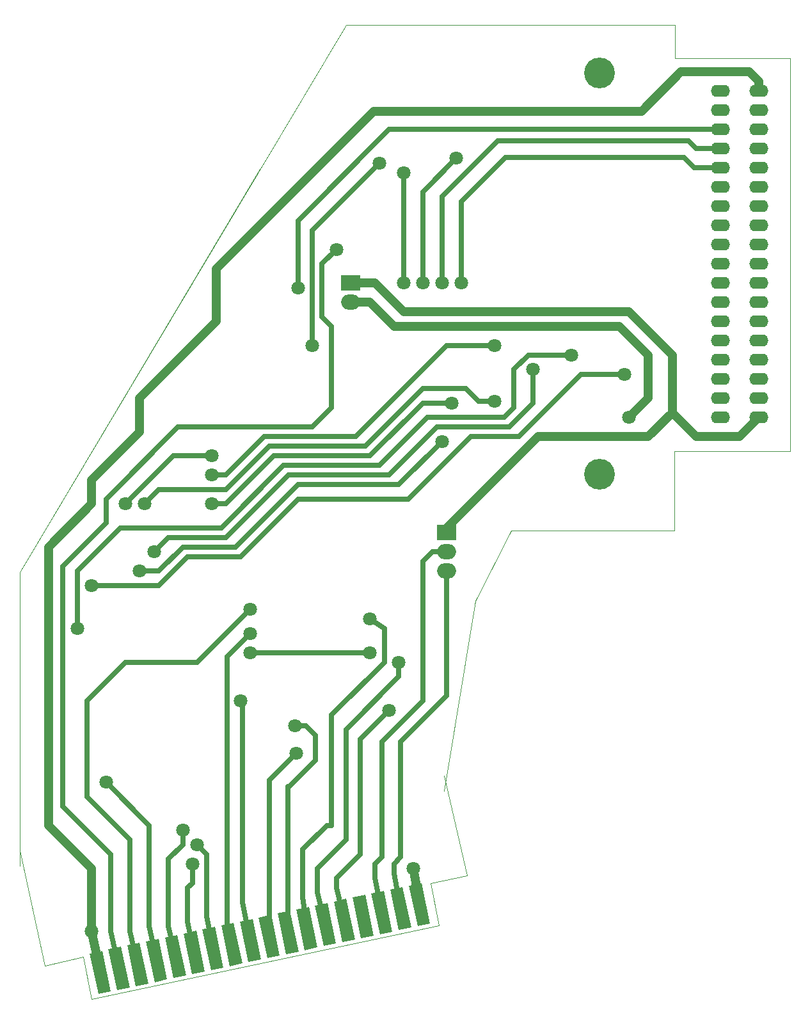
<source format=gtl>
G04 (created by PCBNEW (2013-07-07 BZR 4022)-stable) date 03/07/2022 17:26:58*
%MOIN*%
G04 Gerber Fmt 3.4, Leading zero omitted, Abs format*
%FSLAX34Y34*%
G01*
G70*
G90*
G04 APERTURE LIST*
%ADD10C,0.00590551*%
%ADD11C,0.00393701*%
%ADD12O,0.1X0.0629921*%
%ADD13R,0.0984252X0.0787402*%
%ADD14O,0.0984252X0.0787402*%
%ADD15C,0.16*%
%ADD16C,0.0708661*%
%ADD17C,0.0275591*%
%ADD18C,0.0472441*%
G04 APERTURE END LIST*
G54D10*
G54D11*
X-11500Y0D02*
X-17150Y0D01*
X-2950Y-26350D02*
X-8550Y-26350D01*
X6000Y-1750D02*
X0Y-1750D01*
X6000Y-1750D02*
X6000Y-22200D01*
X0Y0D02*
X-12000Y0D01*
X0Y-1750D02*
X0Y0D01*
X-8550Y-26350D02*
X-10400Y-30000D01*
X-50Y-26350D02*
X-3450Y-26350D01*
X-50Y-22200D02*
X-50Y-26350D01*
X5950Y-22200D02*
X-50Y-22200D01*
X-12750Y-44700D02*
X-10850Y-44300D01*
X-12300Y-46900D02*
X-12750Y-44700D01*
X-30400Y-50750D02*
X-12300Y-46900D01*
X-30850Y-48550D02*
X-30400Y-50750D01*
X-32850Y-49000D02*
X-30850Y-48550D01*
X-12050Y-39900D02*
X-10400Y-30000D01*
X-10850Y-44300D02*
X-12050Y-39100D01*
X-34150Y-43800D02*
X-34150Y-28500D01*
X-32850Y-49000D02*
X-34150Y-43000D01*
X-34150Y-28500D02*
X-17150Y0D01*
X-21650Y-7500D02*
X-34150Y-28500D01*
G54D10*
G36*
X-29075Y-50274D02*
X-29525Y-48156D01*
X-28870Y-48017D01*
X-28420Y-50135D01*
X-29075Y-50274D01*
X-29075Y-50274D01*
G37*
G36*
X-28096Y-50066D02*
X-28547Y-47948D01*
X-27892Y-47809D01*
X-27442Y-49927D01*
X-28096Y-50066D01*
X-28096Y-50066D01*
G37*
G36*
X-27118Y-49858D02*
X-27569Y-47740D01*
X-26914Y-47601D01*
X-26464Y-49719D01*
X-27118Y-49858D01*
X-27118Y-49858D01*
G37*
G36*
X-26140Y-49651D02*
X-26590Y-47533D01*
X-25936Y-47393D01*
X-25486Y-49511D01*
X-26140Y-49651D01*
X-26140Y-49651D01*
G37*
G36*
X-25162Y-49443D02*
X-25612Y-47325D01*
X-24958Y-47185D01*
X-24507Y-49303D01*
X-25162Y-49443D01*
X-25162Y-49443D01*
G37*
G36*
X-24184Y-49235D02*
X-24634Y-47117D01*
X-23979Y-46978D01*
X-23529Y-49096D01*
X-24184Y-49235D01*
X-24184Y-49235D01*
G37*
G36*
X-23206Y-49027D02*
X-23656Y-46909D01*
X-23001Y-46770D01*
X-22551Y-48888D01*
X-23206Y-49027D01*
X-23206Y-49027D01*
G37*
G36*
X-22228Y-48819D02*
X-22678Y-46701D01*
X-22023Y-46562D01*
X-21573Y-48680D01*
X-22228Y-48819D01*
X-22228Y-48819D01*
G37*
G36*
X-21249Y-48611D02*
X-21700Y-46493D01*
X-21045Y-46354D01*
X-20595Y-48472D01*
X-21249Y-48611D01*
X-21249Y-48611D01*
G37*
G36*
X-20271Y-48403D02*
X-20721Y-46285D01*
X-20067Y-46146D01*
X-19617Y-48264D01*
X-20271Y-48403D01*
X-20271Y-48403D01*
G37*
G36*
X-19293Y-48195D02*
X-19743Y-46077D01*
X-19089Y-45938D01*
X-18638Y-48056D01*
X-19293Y-48195D01*
X-19293Y-48195D01*
G37*
G36*
X-18315Y-47987D02*
X-18765Y-45869D01*
X-18111Y-45730D01*
X-17660Y-47848D01*
X-18315Y-47987D01*
X-18315Y-47987D01*
G37*
G36*
X-17337Y-47779D02*
X-17787Y-45661D01*
X-17132Y-45522D01*
X-16682Y-47640D01*
X-17337Y-47779D01*
X-17337Y-47779D01*
G37*
G36*
X-16359Y-47571D02*
X-16809Y-45453D01*
X-16154Y-45314D01*
X-15704Y-47432D01*
X-16359Y-47571D01*
X-16359Y-47571D01*
G37*
G36*
X-15381Y-47364D02*
X-15831Y-45245D01*
X-15176Y-45106D01*
X-14726Y-47224D01*
X-15381Y-47364D01*
X-15381Y-47364D01*
G37*
G36*
X-14402Y-47156D02*
X-14853Y-45038D01*
X-14198Y-44898D01*
X-13748Y-47016D01*
X-14402Y-47156D01*
X-14402Y-47156D01*
G37*
G36*
X-13424Y-46948D02*
X-13874Y-44830D01*
X-13220Y-44691D01*
X-12770Y-46809D01*
X-13424Y-46948D01*
X-13424Y-46948D01*
G37*
G36*
X-30053Y-50482D02*
X-30503Y-48364D01*
X-29848Y-48225D01*
X-29398Y-50343D01*
X-30053Y-50482D01*
X-30053Y-50482D01*
G37*
G54D12*
X4350Y-3450D03*
X2350Y-3450D03*
X4350Y-4450D03*
X2350Y-4450D03*
X4350Y-5450D03*
X2350Y-5450D03*
X4350Y-6450D03*
X2350Y-6450D03*
X4350Y-7450D03*
X2350Y-7450D03*
X4350Y-8450D03*
X2350Y-8450D03*
X4350Y-9450D03*
X2350Y-9450D03*
X4350Y-10450D03*
X2350Y-10450D03*
X4350Y-11450D03*
X2350Y-11450D03*
X4350Y-12450D03*
X2350Y-12450D03*
X4350Y-13450D03*
X2350Y-13450D03*
X4350Y-14450D03*
X4350Y-15450D03*
X2350Y-14450D03*
X2350Y-15450D03*
X4350Y-16450D03*
X2350Y-16450D03*
X4350Y-17450D03*
X2350Y-17450D03*
X4350Y-18450D03*
X2350Y-18450D03*
X4350Y-19450D03*
X2350Y-19450D03*
X4350Y-20450D03*
X2350Y-20450D03*
G54D13*
X-11900Y-26450D03*
G54D14*
X-11900Y-27450D03*
X-11900Y-28450D03*
G54D13*
X-16900Y-13450D03*
G54D14*
X-16900Y-14450D03*
G54D15*
X-3950Y-23400D03*
X-3950Y-2500D03*
G54D16*
X-14900Y-35700D03*
X-14400Y-33200D03*
X-22150Y-31700D03*
X-22650Y-35200D03*
X-14150Y-13450D03*
X-14150Y-7700D03*
X-19750Y-37950D03*
X-15900Y-30950D03*
X-19800Y-36500D03*
X-17650Y-11700D03*
X-22150Y-30450D03*
X-28650Y-24950D03*
X-29650Y-39450D03*
X-24150Y-22450D03*
X-25650Y-41950D03*
X-25150Y-43700D03*
X-24900Y-42700D03*
X-5400Y-17200D03*
X-31150Y-31450D03*
X-30400Y-29200D03*
X-2650Y-18200D03*
X-9400Y-19600D03*
X-27650Y-24950D03*
X-12150Y-21700D03*
X-27900Y-28450D03*
X-27150Y-27450D03*
X-7400Y-17950D03*
X-11650Y-19700D03*
X-24150Y-24950D03*
X-9400Y-16700D03*
X-24150Y-23450D03*
X-15900Y-32700D03*
X-22150Y-32700D03*
X-11150Y-13450D03*
X-12150Y-13450D03*
X-13150Y-13450D03*
X-11400Y-6950D03*
X-18900Y-16700D03*
X-15400Y-7200D03*
X-19650Y-13700D03*
X-2400Y-20450D03*
X-13650Y-43950D03*
X-30400Y-47200D03*
G54D17*
X-17650Y-44950D02*
X-17235Y-46651D01*
X-16400Y-37200D02*
X-16400Y-43200D01*
X-17650Y-44450D02*
X-17650Y-44950D01*
X-16400Y-43200D02*
X-17650Y-44450D01*
X-14900Y-35700D02*
X-16400Y-37200D01*
X-18650Y-45200D02*
X-18213Y-46859D01*
X-17150Y-36700D02*
X-17150Y-42450D01*
X-17150Y-42450D02*
X-18650Y-43950D01*
X-18650Y-43950D02*
X-18650Y-45200D01*
X-14400Y-33950D02*
X-14400Y-33200D01*
X-17150Y-36700D02*
X-14400Y-33950D01*
X-23350Y-32900D02*
X-22150Y-31700D01*
X-23350Y-47652D02*
X-23103Y-47898D01*
X-23350Y-32900D02*
X-23350Y-47652D01*
X-22550Y-45700D02*
X-22125Y-47690D01*
X-22550Y-45700D02*
X-22550Y-35300D01*
X-22550Y-35300D02*
X-22650Y-35200D01*
X-14150Y-7700D02*
X-14150Y-13450D01*
X-21147Y-39347D02*
X-19750Y-37950D01*
X-21147Y-47482D02*
X-21147Y-39347D01*
X-17900Y-41700D02*
X-18150Y-41700D01*
X-19400Y-42950D02*
X-19400Y-45450D01*
X-18150Y-41700D02*
X-19400Y-42950D01*
X-19191Y-47067D02*
X-19400Y-45450D01*
X-17900Y-41700D02*
X-17900Y-35950D01*
X-17900Y-35950D02*
X-15150Y-33200D01*
X-15900Y-30950D02*
X-15150Y-31450D01*
X-15150Y-31450D02*
X-15150Y-33200D01*
X-20169Y-39669D02*
X-20119Y-39669D01*
X-20169Y-47274D02*
X-20169Y-39669D01*
X-20119Y-39669D02*
X-18750Y-38300D01*
X-18750Y-38300D02*
X-18750Y-37000D01*
X-18750Y-37000D02*
X-19250Y-36500D01*
X-19250Y-36500D02*
X-19800Y-36500D01*
X-17650Y-11700D02*
X-18400Y-12450D01*
X-18400Y-12450D02*
X-18400Y-15200D01*
X-18400Y-15200D02*
X-17900Y-15700D01*
X-29650Y-24700D02*
X-29650Y-25950D01*
X-29650Y-25950D02*
X-31900Y-28200D01*
X-31900Y-28200D02*
X-31900Y-40700D01*
X-31900Y-40700D02*
X-29400Y-43200D01*
X-29650Y-24700D02*
X-25900Y-20950D01*
X-17900Y-19950D02*
X-18900Y-20950D01*
X-18900Y-20950D02*
X-25900Y-20950D01*
X-17900Y-15700D02*
X-17900Y-19950D01*
X-29400Y-43200D02*
X-29400Y-47200D01*
X-29400Y-47200D02*
X-28972Y-49146D01*
X-28400Y-47200D02*
X-27994Y-48938D01*
X-28400Y-42450D02*
X-28400Y-47200D01*
X-28650Y-33200D02*
X-24900Y-33200D01*
X-28650Y-33200D02*
X-30650Y-35200D01*
X-30650Y-35200D02*
X-30650Y-40200D01*
X-30650Y-40200D02*
X-28400Y-42450D01*
X-24900Y-33200D02*
X-22150Y-30450D01*
X-27400Y-41700D02*
X-27400Y-46950D01*
X-27400Y-46950D02*
X-27016Y-48730D01*
X-27400Y-41700D02*
X-29650Y-39450D01*
X-24150Y-22450D02*
X-26150Y-22450D01*
X-26150Y-22450D02*
X-28650Y-24950D01*
X-26400Y-46950D02*
X-26038Y-48522D01*
X-26400Y-43450D02*
X-26400Y-46950D01*
X-25650Y-41950D02*
X-25650Y-42700D01*
X-25650Y-42700D02*
X-26400Y-43450D01*
X-25400Y-46700D02*
X-25060Y-48314D01*
X-25150Y-43700D02*
X-25150Y-44700D01*
X-25400Y-44950D02*
X-25400Y-46700D01*
X-25150Y-44700D02*
X-25400Y-44950D01*
X-24400Y-46450D02*
X-24082Y-48106D01*
X-24400Y-43200D02*
X-24400Y-46450D01*
X-24400Y-43200D02*
X-24900Y-42700D01*
X-8900Y-20450D02*
X-8400Y-19950D01*
X-8400Y-19950D02*
X-8400Y-17950D01*
X-8900Y-20450D02*
X-12900Y-20450D01*
X-12900Y-20450D02*
X-15400Y-22950D01*
X-5400Y-17200D02*
X-7650Y-17200D01*
X-8400Y-17950D02*
X-7650Y-17200D01*
X-20400Y-22950D02*
X-23650Y-26200D01*
X-15400Y-22950D02*
X-20400Y-22950D01*
X-31150Y-31450D02*
X-31150Y-28450D01*
X-28900Y-26200D02*
X-23650Y-26200D01*
X-31150Y-28450D02*
X-28900Y-26200D01*
X-8150Y-21450D02*
X-10650Y-21450D01*
X-13900Y-24700D02*
X-19650Y-24700D01*
X-10650Y-21450D02*
X-13900Y-24700D01*
X-8150Y-21450D02*
X-4900Y-18200D01*
X-4900Y-18200D02*
X-2650Y-18200D01*
X-25400Y-27700D02*
X-22650Y-27700D01*
X-22650Y-27700D02*
X-19650Y-24700D01*
X-26900Y-29200D02*
X-30400Y-29200D01*
X-25400Y-27700D02*
X-26900Y-29200D01*
X-13150Y-18950D02*
X-10900Y-18950D01*
X-10250Y-19600D02*
X-9400Y-19600D01*
X-10900Y-18950D02*
X-10250Y-19600D01*
X-16150Y-21950D02*
X-13150Y-18950D01*
X-21150Y-21950D02*
X-23400Y-24200D01*
X-16150Y-21950D02*
X-21150Y-21950D01*
X-26900Y-24200D02*
X-23400Y-24200D01*
X-26900Y-24200D02*
X-27650Y-24950D01*
X-19650Y-23950D02*
X-22900Y-27200D01*
X-14400Y-23950D02*
X-19650Y-23950D01*
X-12150Y-21700D02*
X-14400Y-23950D01*
X-25650Y-27200D02*
X-22900Y-27200D01*
X-25650Y-27200D02*
X-26900Y-28450D01*
X-26900Y-28450D02*
X-27900Y-28450D01*
X-12400Y-20950D02*
X-8650Y-20950D01*
X-8650Y-20950D02*
X-7400Y-19700D01*
X-7400Y-19700D02*
X-7400Y-17950D01*
X-12400Y-20950D02*
X-14900Y-23450D01*
X-27150Y-27450D02*
X-26400Y-26700D01*
X-23400Y-26700D02*
X-20150Y-23450D01*
X-20150Y-23450D02*
X-14900Y-23450D01*
X-26400Y-26700D02*
X-23400Y-26700D01*
X-11650Y-19700D02*
X-13150Y-19700D01*
X-13150Y-19700D02*
X-15900Y-22450D01*
X-20900Y-22450D02*
X-15900Y-22450D01*
X-23400Y-24950D02*
X-20900Y-22450D01*
X-24150Y-24950D02*
X-23400Y-24950D01*
X-16650Y-21450D02*
X-11900Y-16700D01*
X-11900Y-16700D02*
X-9400Y-16700D01*
X-23400Y-23450D02*
X-24150Y-23450D01*
X-21400Y-21450D02*
X-23400Y-23450D01*
X-16650Y-21450D02*
X-21400Y-21450D01*
X-22150Y-32700D02*
X-15900Y-32700D01*
X-8850Y-6900D02*
X-11150Y-9200D01*
X-8850Y-6900D02*
X450Y-6900D01*
X-11150Y-13450D02*
X-11150Y-9200D01*
X1000Y-7450D02*
X2350Y-7450D01*
X450Y-6900D02*
X1000Y-7450D01*
X700Y-6050D02*
X-9250Y-6050D01*
X-9250Y-6050D02*
X-12150Y-8950D01*
X-12150Y-13450D02*
X-12150Y-8950D01*
X2350Y-6450D02*
X1100Y-6450D01*
X1100Y-6450D02*
X700Y-6050D01*
X-13150Y-13450D02*
X-13150Y-8700D01*
X-13150Y-8700D02*
X-11400Y-6950D01*
X-18900Y-16700D02*
X-18900Y-10700D01*
X-18900Y-10700D02*
X-15400Y-7200D01*
X2350Y-5450D02*
X-14900Y-5450D01*
X-14900Y-5450D02*
X-19650Y-10200D01*
X-19650Y-13700D02*
X-19650Y-10200D01*
X-14650Y-43700D02*
X-14650Y-44200D01*
X-14650Y-44200D02*
X-14300Y-46027D01*
X-14300Y-37350D02*
X-14300Y-43350D01*
X-14300Y-43350D02*
X-14650Y-43700D01*
X-11900Y-28450D02*
X-11900Y-34950D01*
X-11900Y-34950D02*
X-14300Y-37350D01*
G54D18*
X-2400Y-20450D02*
X-1400Y-19450D01*
X-1400Y-19450D02*
X-1400Y-17200D01*
X-1400Y-17200D02*
X-2900Y-15700D01*
X-2900Y-15700D02*
X-14650Y-15700D01*
X-14650Y-15700D02*
X-15900Y-14450D01*
X-15900Y-14450D02*
X-16900Y-14450D01*
G54D17*
X-15650Y-44450D02*
X-15278Y-46235D01*
X-15278Y-37328D02*
X-15278Y-43328D01*
X-15650Y-43700D02*
X-15650Y-44450D01*
X-15278Y-43328D02*
X-15650Y-43700D01*
X-12650Y-27450D02*
X-11900Y-27450D01*
X-13150Y-27950D02*
X-12650Y-27450D01*
X-13150Y-35200D02*
X-13150Y-27950D01*
X-15278Y-37328D02*
X-13150Y-35200D01*
G54D18*
X3350Y-21450D02*
X1100Y-21450D01*
X1100Y-21450D02*
X-150Y-20200D01*
X-13322Y-45819D02*
X-13650Y-43950D01*
X-11900Y-26450D02*
X-11900Y-26200D01*
X-11900Y-26200D02*
X-7150Y-21450D01*
X-7150Y-21450D02*
X-1400Y-21450D01*
X-1400Y-21450D02*
X-150Y-20200D01*
X-16900Y-13450D02*
X-15650Y-13450D01*
X-15650Y-13450D02*
X-14150Y-14950D01*
X-14150Y-14950D02*
X-2400Y-14950D01*
X-2400Y-14950D02*
X-150Y-17200D01*
X-150Y-17200D02*
X-150Y-20200D01*
X3350Y-21450D02*
X4350Y-20450D01*
X850Y-2450D02*
X300Y-2450D01*
X-15700Y-4500D02*
X-19050Y-7850D01*
X-1750Y-4500D02*
X-15700Y-4500D01*
X300Y-2450D02*
X-1750Y-4500D01*
X850Y-2450D02*
X3850Y-2450D01*
X-19050Y-7850D02*
X-23900Y-12700D01*
X3850Y-2450D02*
X4350Y-2950D01*
X4350Y-2950D02*
X4350Y-3450D01*
X-27900Y-21200D02*
X-27900Y-19450D01*
X-27900Y-19450D02*
X-23900Y-15450D01*
X-23900Y-15450D02*
X-23900Y-12700D01*
X-32650Y-27200D02*
X-30400Y-24950D01*
X-32650Y-41700D02*
X-32650Y-27200D01*
X-30400Y-43950D02*
X-32650Y-41700D01*
X-30400Y-47200D02*
X-30400Y-43950D01*
X-30400Y-23700D02*
X-30400Y-24950D01*
X-27900Y-21200D02*
X-30400Y-23700D01*
X-30400Y-47200D02*
X-29951Y-49354D01*
M02*

</source>
